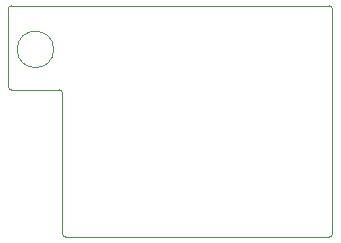
<source format=gm1>
G04 #@! TF.GenerationSoftware,KiCad,Pcbnew,5.1.10-88a1d61d58~90~ubuntu20.04.1*
G04 #@! TF.CreationDate,2021-08-20T19:04:53-03:00*
G04 #@! TF.ProjectId,003_Raspberry_Pi_HAT,3030335f-5261-4737-9062-657272795f50,V1*
G04 #@! TF.SameCoordinates,Original*
G04 #@! TF.FileFunction,Profile,NP*
%FSLAX46Y46*%
G04 Gerber Fmt 4.6, Leading zero omitted, Abs format (unit mm)*
G04 Created by KiCad (PCBNEW 5.1.10-88a1d61d58~90~ubuntu20.04.1) date 2021-08-20 19:04:53*
%MOMM*%
%LPD*%
G01*
G04 APERTURE LIST*
G04 #@! TA.AperFunction,Profile*
%ADD10C,0.050000*%
G04 #@! TD*
G04 APERTURE END LIST*
D10*
X129286000Y-98806000D02*
X102362000Y-98806000D01*
X129540000Y-118110000D02*
X129540000Y-99060000D01*
X106934000Y-118364000D02*
X129286000Y-118364000D01*
X106680000Y-106172000D02*
X106680000Y-118110000D01*
X102362000Y-105918000D02*
X106426000Y-105918000D01*
X102108000Y-99060000D02*
X102108000Y-105664000D01*
X129286000Y-98806000D02*
G75*
G02*
X129540000Y-99060000I0J-254000D01*
G01*
X129540000Y-118110000D02*
G75*
G02*
X129286000Y-118364000I-254000J0D01*
G01*
X106934000Y-118364000D02*
G75*
G02*
X106680000Y-118110000I0J254000D01*
G01*
X106426000Y-105918000D02*
G75*
G02*
X106680000Y-106172000I0J-254000D01*
G01*
X102362000Y-105918000D02*
G75*
G02*
X102108000Y-105664000I0J254000D01*
G01*
X102108000Y-99060000D02*
G75*
G02*
X102362000Y-98806000I254000J0D01*
G01*
X105939000Y-102489000D02*
G75*
G03*
X105939000Y-102489000I-1545000J0D01*
G01*
M02*

</source>
